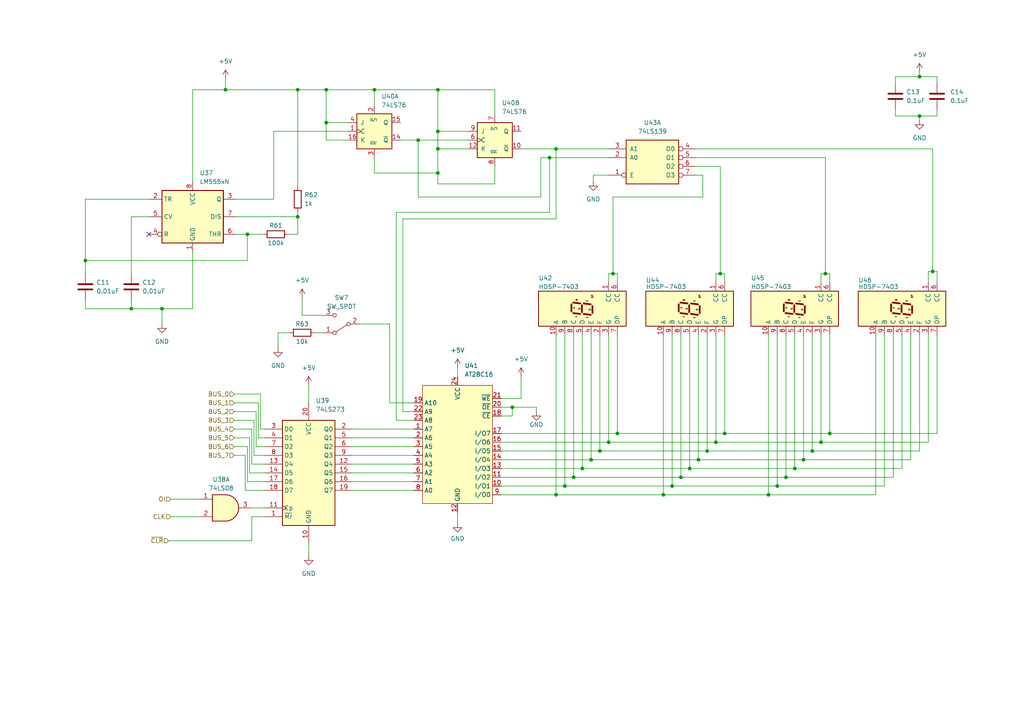
<source format=kicad_sch>
(kicad_sch (version 20230121) (generator eeschema)
  (paper "A4")
  (lib_symbols
    (symbol "74xx:74LS08" (pin_names (offset 1.016))
      (property "Reference" "U" (at 0 1.27 0))
      (property "Value" "74LS08" (at 0 -1.27 0))
      (symbol "74LS08_1_1"
        (arc (start 0 -3.81) (mid 3.7934 0) (end 0 3.81) (stroke (width 0.254)) (fill (type background)))
        (polyline (pts (xy 0 3.81) (xy -3.81 3.81) (xy -3.81 -3.81) (xy 0 -3.81)) (stroke (width 0.254)) (fill (type background)))
        (pin input line (at -7.62 2.54 0) (length 3.81) (name "~") (number "1"))
        (pin input line (at -7.62 -2.54 0) (length 3.81) (name "~") (number "2"))
        (pin output line (at 7.62 0 180) (length 3.81) (name "~") (number "3"))
      )
      (symbol "74LS08_1_2"
        (arc (start -3.81 -3.81) (mid -2.589 0) (end -3.81 3.81) (stroke (width 0.254)))
        (arc (start -0.6096 -3.81) (mid 2.1842 -2.5851) (end 3.81 0) (stroke (width 0.254)) (fill (type background)))
        (polyline (pts (xy -3.81 -3.81) (xy -0.635 -3.81)) (stroke (width 0.254)) (fill (type background)))
        (polyline (pts (xy -3.81 3.81) (xy -0.635 3.81)) (stroke (width 0.254)) (fill (type background)))
        (polyline (pts (xy -0.635 3.81) (xy -3.81 3.81) (xy -3.81 3.81) (xy -3.556 3.4036) (xy -3.0226 2.2606) (xy -2.6924 1.0414) (xy -2.6162 -0.254) (xy -2.7686 -1.4986) (xy -3.175 -2.7178) (xy -3.81 -3.81) (xy -3.81 -3.81) (xy -0.635 -3.81)) (stroke (width -25.4)) (fill (type background)))
        (arc (start 3.81 0) (mid 2.1915 2.5936) (end -0.6096 3.81) (stroke (width 0.254)) (fill (type background)))
        (pin input inverted (at -7.62 2.54 0) (length 4.318) (name "~") (number "1"))
        (pin input inverted (at -7.62 -2.54 0) (length 4.318) (name "~") (number "2"))
        (pin output inverted (at 7.62 0 180) (length 3.81) (name "~") (number "3"))
      )
      (symbol "74LS08_2_1"
        (arc (start 0 -3.81) (mid 3.7934 0) (end 0 3.81) (stroke (width 0.254)) (fill (type background)))
        (polyline (pts (xy 0 3.81) (xy -3.81 3.81) (xy -3.81 -3.81) (xy 0 -3.81)) (stroke (width 0.254)) (fill (type background)))
        (pin input line (at -7.62 2.54 0) (length 3.81) (name "~") (number "4"))
        (pin input line (at -7.62 -2.54 0) (length 3.81) (name "~") (number "5"))
        (pin output line (at 7.62 0 180) (length 3.81) (name "~") (number "6"))
      )
      (symbol "74LS08_2_2"
        (arc (start -3.81 -3.81) (mid -2.589 0) (end -3.81 3.81) (stroke (width 0.254)))
        (arc (start -0.6096 -3.81) (mid 2.1842 -2.5851) (end 3.81 0) (stroke (width 0.254)) (fill (type background)))
        (polyline (pts (xy -3.81 -3.81) (xy -0.635 -3.81)) (stroke (width 0.254)) (fill (type background)))
        (polyline (pts (xy -3.81 3.81) (xy -0.635 3.81)) (stroke (width 0.254)) (fill (type background)))
        (polyline (pts (xy -0.635 3.81) (xy -3.81 3.81) (xy -3.81 3.81) (xy -3.556 3.4036) (xy -3.0226 2.2606) (xy -2.6924 1.0414) (xy -2.6162 -0.254) (xy -2.7686 -1.4986) (xy -3.175 -2.7178) (xy -3.81 -3.81) (xy -3.81 -3.81) (xy -0.635 -3.81)) (stroke (width -25.4)) (fill (type background)))
        (arc (start 3.81 0) (mid 2.1915 2.5936) (end -0.6096 3.81) (stroke (width 0.254)) (fill (type background)))
        (pin input inverted (at -7.62 2.54 0) (length 4.318) (name "~") (number "4"))
        (pin input inverted (at -7.62 -2.54 0) (length 4.318) (name "~") (number "5"))
        (pin output inverted (at 7.62 0 180) (length 3.81) (name "~") (number "6"))
      )
      (symbol "74LS08_3_1"
        (arc (start 0 -3.81) (mid 3.7934 0) (end 0 3.81) (stroke (width 0.254)) (fill (type background)))
        (polyline (pts (xy 0 3.81) (xy -3.81 3.81) (xy -3.81 -3.81) (xy 0 -3.81)) (stroke (width 0.254)) (fill (type background)))
        (pin input line (at -7.62 -2.54 0) (length 3.81) (name "~") (number "10"))
        (pin output line (at 7.62 0 180) (length 3.81) (name "~") (number "8"))
        (pin input line (at -7.62 2.54 0) (length 3.81) (name "~") (number "9"))
      )
      (symbol "74LS08_3_2"
        (arc (start -3.81 -3.81) (mid -2.589 0) (end -3.81 3.81) (stroke (width 0.254)))
        (arc (start -0.6096 -3.81) (mid 2.1842 -2.5851) (end 3.81 0) (stroke (width 0.254)) (fill (type background)))
        (polyline (pts (xy -3.81 -3.81) (xy -0.635 -3.81)) (stroke (width 0.254)) (fill (type background)))
        (polyline (pts (xy -3.81 3.81) (xy -0.635 3.81)) (stroke (width 0.254)) (fill (type background)))
        (polyline (pts (xy -0.635 3.81) (xy -3.81 3.81) (xy -3.81 3.81) (xy -3.556 3.4036) (xy -3.0226 2.2606) (xy -2.6924 1.0414) (xy -2.6162 -0.254) (xy -2.7686 -1.4986) (xy -3.175 -2.7178) (xy -3.81 -3.81) (xy -3.81 -3.81) (xy -0.635 -3.81)) (stroke (width -25.4)) (fill (type background)))
        (arc (start 3.81 0) (mid 2.1915 2.5936) (end -0.6096 3.81) (stroke (width 0.254)) (fill (type background)))
        (pin input inverted (at -7.62 -2.54 0) (length 4.318) (name "~") (number "10"))
        (pin output inverted (at 7.62 0 180) (length 3.81) (name "~") (number "8"))
        (pin input inverted (at -7.62 2.54 0) (length 4.318) (name "~") (number "9"))
      )
      (symbol "74LS08_4_1"
        (arc (start 0 -3.81) (mid 3.7934 0) (end 0 3.81) (stroke (width 0.254)) (fill (type background)))
        (polyline (pts (xy 0 3.81) (xy -3.81 3.81) (xy -3.81 -3.81) (xy 0 -3.81)) (stroke (width 0.254)) (fill (type background)))
        (pin output line (at 7.62 0 180) (length 3.81) (name "~") (number "11"))
        (pin input line (at -7.62 2.54 0) (length 3.81) (name "~") (number "12"))
        (pin input line (at -7.62 -2.54 0) (length 3.81) (name "~") (number "13"))
      )
      (symbol "74LS08_4_2"
        (arc (start -3.81 -3.81) (mid -2.589 0) (end -3.81 3.81) (stroke (width 0.254)))
        (arc (start -0.6096 -3.81) (mid 2.1842 -2.5851) (end 3.81 0) (stroke (width 0.254)) (fill (type background)))
        (polyline (pts (xy -3.81 -3.81) (xy -0.635 -3.81)) (stroke (width 0.254)) (fill (type background)))
        (polyline (pts (xy -3.81 3.81) (xy -0.635 3.81)) (stroke (width 0.254)) (fill (type background)))
        (polyline (pts (xy -0.635 3.81) (xy -3.81 3.81) (xy -3.81 3.81) (xy -3.556 3.4036) (xy -3.0226 2.2606) (xy -2.6924 1.0414) (xy -2.6162 -0.254) (xy -2.7686 -1.4986) (xy -3.175 -2.7178) (xy -3.81 -3.81) (xy -3.81 -3.81) (xy -0.635 -3.81)) (stroke (width -25.4)) (fill (type background)))
        (arc (start 3.81 0) (mid 2.1915 2.5936) (end -0.6096 3.81) (stroke (width 0.254)) (fill (type background)))
        (pin output inverted (at 7.62 0 180) (length 3.81) (name "~") (number "11"))
        (pin input inverted (at -7.62 2.54 0) (length 4.318) (name "~") (number "12"))
        (pin input inverted (at -7.62 -2.54 0) (length 4.318) (name "~") (number "13"))
      )
      (symbol "74LS08_5_0"
        (pin power_in line (at 0 12.7 270) (length 5.08) (name "VCC") (number "14"))
        (pin power_in line (at 0 -12.7 90) (length 5.08) (name "GND") (number "7"))
      )
      (symbol "74LS08_5_1"
        (rectangle (start -5.08 7.62) (end 5.08 -7.62) (stroke (width 0.254)) (fill (type background)))
      )
    )
    (symbol "74xx:74LS139" (pin_names (offset 1.016))
      (property "Reference" "U" (at -7.62 8.89 0))
      (property "Value" "74LS139" (at -7.62 -8.89 0))
      (symbol "74LS139_1_0"
        (pin input inverted (at -12.7 -5.08 0) (length 5.08) (name "E") (number "1"))
        (pin input line (at -12.7 0 0) (length 5.08) (name "A0") (number "2"))
        (pin input line (at -12.7 2.54 0) (length 5.08) (name "A1") (number "3"))
        (pin output inverted (at 12.7 2.54 180) (length 5.08) (name "O0") (number "4"))
        (pin output inverted (at 12.7 0 180) (length 5.08) (name "O1") (number "5"))
        (pin output inverted (at 12.7 -2.54 180) (length 5.08) (name "O2") (number "6"))
        (pin output inverted (at 12.7 -5.08 180) (length 5.08) (name "O3") (number "7"))
      )
      (symbol "74LS139_1_1"
        (rectangle (start -7.62 5.08) (end 7.62 -7.62) (stroke (width 0.254)) (fill (type background)))
      )
      (symbol "74LS139_2_0"
        (pin output inverted (at 12.7 -2.54 180) (length 5.08) (name "O2") (number "10"))
        (pin output inverted (at 12.7 0 180) (length 5.08) (name "O1") (number "11"))
        (pin output inverted (at 12.7 2.54 180) (length 5.08) (name "O0") (number "12"))
        (pin input line (at -12.7 2.54 0) (length 5.08) (name "A1") (number "13"))
        (pin input line (at -12.7 0 0) (length 5.08) (name "A0") (number "14"))
        (pin input inverted (at -12.7 -5.08 0) (length 5.08) (name "E") (number "15"))
        (pin output inverted (at 12.7 -5.08 180) (length 5.08) (name "O3") (number "9"))
      )
      (symbol "74LS139_2_1"
        (rectangle (start -7.62 5.08) (end 7.62 -7.62) (stroke (width 0.254)) (fill (type background)))
      )
      (symbol "74LS139_3_0"
        (pin power_in line (at 0 12.7 270) (length 5.08) (name "VCC") (number "16"))
        (pin power_in line (at 0 -12.7 90) (length 5.08) (name "GND") (number "8"))
      )
      (symbol "74LS139_3_1"
        (rectangle (start -5.08 7.62) (end 5.08 -7.62) (stroke (width 0.254)) (fill (type background)))
      )
    )
    (symbol "74xx:74LS273"
      (property "Reference" "U" (at -7.62 16.51 0))
      (property "Value" "74LS273" (at -7.62 -16.51 0))
      (symbol "74LS273_1_0"
        (pin input line (at -12.7 -12.7 0) (length 5.08) (name "~{Mr}") (number "1"))
        (pin power_in line (at 0 -20.32 90) (length 5.08) (name "GND") (number "10"))
        (pin input clock (at -12.7 -10.16 0) (length 5.08) (name "Cp") (number "11"))
        (pin output line (at 12.7 2.54 180) (length 5.08) (name "Q4") (number "12"))
        (pin input line (at -12.7 2.54 0) (length 5.08) (name "D4") (number "13"))
        (pin input line (at -12.7 0 0) (length 5.08) (name "D5") (number "14"))
        (pin output line (at 12.7 0 180) (length 5.08) (name "Q5") (number "15"))
        (pin output line (at 12.7 -2.54 180) (length 5.08) (name "Q6") (number "16"))
        (pin input line (at -12.7 -2.54 0) (length 5.08) (name "D6") (number "17"))
        (pin input line (at -12.7 -5.08 0) (length 5.08) (name "D7") (number "18"))
        (pin output line (at 12.7 -5.08 180) (length 5.08) (name "Q7") (number "19"))
        (pin output line (at 12.7 12.7 180) (length 5.08) (name "Q0") (number "2"))
        (pin power_in line (at 0 20.32 270) (length 5.08) (name "VCC") (number "20"))
        (pin input line (at -12.7 12.7 0) (length 5.08) (name "D0") (number "3"))
        (pin input line (at -12.7 10.16 0) (length 5.08) (name "D1") (number "4"))
        (pin output line (at 12.7 10.16 180) (length 5.08) (name "Q1") (number "5"))
        (pin output line (at 12.7 7.62 180) (length 5.08) (name "Q2") (number "6"))
        (pin input line (at -12.7 7.62 0) (length 5.08) (name "D2") (number "7"))
        (pin input line (at -12.7 5.08 0) (length 5.08) (name "D3") (number "8"))
        (pin output line (at 12.7 5.08 180) (length 5.08) (name "Q3") (number "9"))
      )
      (symbol "74LS273_1_1"
        (rectangle (start -7.62 15.24) (end 7.62 -15.24) (stroke (width 0.254)) (fill (type background)))
      )
    )
    (symbol "74xx:74LS76" (pin_names (offset 1.016))
      (property "Reference" "U" (at -7.62 8.89 0))
      (property "Value" "74LS76" (at -7.62 -8.89 0))
      (symbol "74LS76_1_0"
        (pin input clock (at -7.62 0 0) (length 2.54) (name "C") (number "1"))
        (pin output line (at 7.62 -2.54 180) (length 2.54) (name "~{Q}") (number "14"))
        (pin output line (at 7.62 2.54 180) (length 2.54) (name "Q") (number "15"))
        (pin input line (at -7.62 -2.54 0) (length 2.54) (name "K") (number "16"))
        (pin input line (at 0 7.62 270) (length 2.54) (name "~{S}") (number "2"))
        (pin input line (at 0 -7.62 90) (length 2.54) (name "~{R}") (number "3"))
        (pin input line (at -7.62 2.54 0) (length 2.54) (name "J") (number "4"))
      )
      (symbol "74LS76_1_1"
        (rectangle (start -5.08 5.08) (end 5.08 -5.08) (stroke (width 0.254)) (fill (type background)))
      )
      (symbol "74LS76_2_0"
        (pin output line (at 7.62 -2.54 180) (length 2.54) (name "~{Q}") (number "10"))
        (pin output line (at 7.62 2.54 180) (length 2.54) (name "Q") (number "11"))
        (pin input line (at -7.62 -2.54 0) (length 2.54) (name "K") (number "12"))
        (pin input clock (at -7.62 0 0) (length 2.54) (name "C") (number "6"))
        (pin input line (at 0 7.62 270) (length 2.54) (name "~{S}") (number "7"))
        (pin input line (at 0 -7.62 90) (length 2.54) (name "~{R}") (number "8"))
        (pin input line (at -7.62 2.54 0) (length 2.54) (name "J") (number "9"))
      )
      (symbol "74LS76_2_1"
        (rectangle (start -5.08 5.08) (end 5.08 -5.08) (stroke (width 0.254)) (fill (type background)))
      )
      (symbol "74LS76_3_0"
        (pin power_in line (at 0 -10.16 90) (length 2.54) (name "GND") (number "13"))
        (pin power_in line (at 0 10.16 270) (length 2.54) (name "VCC") (number "5"))
      )
      (symbol "74LS76_3_1"
        (rectangle (start -5.08 7.62) (end 5.08 -7.62) (stroke (width 0.254)) (fill (type background)))
      )
    )
    (symbol "Device:C" (pin_numbers hide) (pin_names (offset 0.254))
      (property "Reference" "C" (at 0.635 2.54 0))
      (property "Value" "C" (at 0.635 -2.54 0))
      (symbol "C_0_1"
        (polyline (pts (xy -2.032 -0.762) (xy 2.032 -0.762)) (stroke (width 0.508)))
        (polyline (pts (xy -2.032 0.762) (xy 2.032 0.762)) (stroke (width 0.508)))
      )
      (symbol "C_1_1"
        (pin passive line (at 0 3.81 270) (length 2.794) (name "~") (number "1"))
        (pin passive line (at 0 -3.81 90) (length 2.794) (name "~") (number "2"))
      )
    )
    (symbol "Device:R" (pin_numbers hide) (pin_names (offset 0))
      (property "Reference" "R" (at 2.032 0 90))
      (property "Value" "R" (at 0 0 90))
      (symbol "R_0_1"
        (rectangle (start -1.016 -2.54) (end 1.016 2.54) (stroke (width 0.254)))
      )
      (symbol "R_1_1"
        (pin passive line (at 0 3.81 270) (length 1.27) (name "~") (number "1"))
        (pin passive line (at 0 -3.81 90) (length 1.27) (name "~") (number "2"))
      )
    )
    (symbol "Display_Character:HDSP-7403"
      (property "Reference" "U" (at -3.81 13.97 0))
      (property "Value" "HDSP-7403" (at 6.35 13.97 0))
      (symbol "HDSP-7403_1_0"
        (text "A" (at 0.254 2.413 0) (effects (font (size 0.508 0.508))))
        (text "B" (at 2.54 1.651 0) (effects (font (size 0.508 0.508))))
        (text "C" (at 2.286 -1.397 0) (effects (font (size 0.508 0.508))))
        (text "D" (at -0.254 -2.159 0) (effects (font (size 0.508 0.508))))
        (text "DP" (at 3.556 -2.921 0) (effects (font (size 0.508 0.508))))
        (text "E" (at -2.54 -1.397 0) (effects (font (size 0.508 0.508))))
        (text "F" (at -2.286 1.651 0) (effects (font (size 0.508 0.508))))
        (text "G" (at 0 0.889 0) (effects (font (size 0.508 0.508))))
      )
      (symbol "HDSP-7403_1_1"
        (rectangle (start -5.08 12.7) (end 5.08 -12.7) (stroke (width 0.254)) (fill (type background)))
        (polyline (pts (xy -1.524 -0.381) (xy -1.778 -2.413)) (stroke (width 0.508)))
        (polyline (pts (xy -1.27 -2.921) (xy 0.762 -2.921)) (stroke (width 0.508)))
        (polyline (pts (xy -1.27 2.667) (xy -1.524 0.635)) (stroke (width 0.508)))
        (polyline (pts (xy -1.016 0.127) (xy 1.016 0.127)) (stroke (width 0.508)))
        (polyline (pts (xy -0.762 3.175) (xy 1.27 3.175)) (stroke (width 0.508)))
        (polyline (pts (xy 1.524 -0.381) (xy 1.27 -2.413)) (stroke (width 0.508)))
        (polyline (pts (xy 1.778 2.667) (xy 1.524 0.635)) (stroke (width 0.508)))
        (polyline (pts (xy 2.54 -2.921) (xy 2.54 -2.921)) (stroke (width 0.508)))
        (pin input line (at 7.62 -7.62 180) (length 2.54) (name "CC") (number "1"))
        (pin input line (at -7.62 7.62 0) (length 2.54) (name "A") (number "10"))
        (pin input line (at -7.62 -5.08 0) (length 2.54) (name "F") (number "2"))
        (pin input line (at -7.62 -7.62 0) (length 2.54) (name "G") (number "3"))
        (pin input line (at -7.62 -2.54 0) (length 2.54) (name "E") (number "4"))
        (pin input line (at -7.62 0 0) (length 2.54) (name "D") (number "5"))
        (pin input line (at 7.62 -10.16 180) (length 2.54) (name "CC") (number "6"))
        (pin input line (at -7.62 -10.16 0) (length 2.54) (name "DP") (number "7"))
        (pin input line (at -7.62 2.54 0) (length 2.54) (name "C") (number "8"))
        (pin input line (at -7.62 5.08 0) (length 2.54) (name "B") (number "9"))
      )
    )
    (symbol "Memory_EEPROM:AT28C16"
      (property "Reference" "U" (at 7.62 17.78 0))
      (property "Value" "AT28C16" (at 6.35 -19.05 0))
      (symbol "AT28C16_0_1"
        (rectangle (start -10.16 16.51) (end 10.16 -17.78) (fill (type background)))
      )
      (symbol "AT28C16_1_1"
        (pin input line (at -12.7 3.81 0) (length 2.54) (name "A7") (number "1"))
        (pin bidirectional line (at 12.7 -12.7 180) (length 2.54) (name "I/O1") (number "10"))
        (pin bidirectional line (at 12.7 -10.16 180) (length 2.54) (name "I/O2") (number "11"))
        (pin power_in line (at 0 -20.32 90) (length 2.54) (name "GND") (number "12"))
        (pin bidirectional line (at 12.7 -7.62 180) (length 2.54) (name "I/O3") (number "13"))
        (pin bidirectional line (at 12.7 -5.08 180) (length 2.54) (name "I/O4") (number "14"))
        (pin bidirectional line (at 12.7 -2.54 180) (length 2.54) (name "I/O5") (number "15"))
        (pin bidirectional line (at 12.7 0 180) (length 2.54) (name "I/O6") (number "16"))
        (pin bidirectional line (at 12.7 2.54 180) (length 2.54) (name "I/O7") (number "17"))
        (pin input line (at 12.7 7.62 180) (length 2.54) (name "~{CE}") (number "18"))
        (pin input line (at -12.7 11.43 0) (length 2.54) (name "A10") (number "19"))
        (pin input line (at -12.7 1.27 0) (length 2.54) (name "A6") (number "2"))
        (pin input line (at 12.7 10.16 180) (length 2.54) (name "~{OE}") (number "20"))
        (pin input line (at 12.7 12.7 180) (length 2.54) (name "~{WE}") (number "21"))
        (pin input line (at -12.7 8.89 0) (length 2.54) (name "A9") (number "22"))
        (pin input line (at -12.7 6.35 0) (length 2.54) (name "A8") (number "23"))
        (pin power_in line (at 0 19.05 270) (length 2.54) (name "VCC") (number "24"))
        (pin input line (at -12.7 -1.27 0) (length 2.54) (name "A5") (number "3"))
        (pin input line (at -12.7 -3.81 0) (length 2.54) (name "A4") (number "4"))
        (pin input line (at -12.7 -6.35 0) (length 2.54) (name "A3") (number "5"))
        (pin input line (at -12.7 -8.89 0) (length 2.54) (name "A2") (number "6"))
        (pin input line (at -12.7 -11.43 0) (length 2.54) (name "A1") (number "7"))
        (pin input line (at -12.7 -13.97 0) (length 2.54) (name "A0") (number "8"))
        (pin bidirectional line (at 12.7 -15.24 180) (length 2.54) (name "I/O0") (number "9"))
      )
    )
    (symbol "Switch:SW_SPDT" (pin_names (offset 0) hide)
      (property "Reference" "SW" (at 0 4.318 0))
      (property "Value" "SW_SPDT" (at 0 -5.08 0))
      (symbol "SW_SPDT_0_0"
        (circle (center -2.032 0) (radius 0.508))
        (circle (center 2.032 -2.54) (radius 0.508))
      )
      (symbol "SW_SPDT_0_1"
        (polyline (pts (xy -1.524 0.254) (xy 1.651 2.286)))
        (circle (center 2.032 2.54) (radius 0.508))
      )
      (symbol "SW_SPDT_1_1"
        (pin passive line (at 5.08 2.54 180) (length 2.54) (name "A") (number "1"))
        (pin passive line (at -5.08 0 0) (length 2.54) (name "B") (number "2"))
        (pin passive line (at 5.08 -2.54 180) (length 2.54) (name "C") (number "3"))
      )
    )
    (symbol "Timer:LM555xN"
      (property "Reference" "U" (at -10.16 8.89 0))
      (property "Value" "LM555xN" (at 2.54 8.89 0))
      (symbol "LM555xN_0_0"
        (pin power_in line (at 0 -10.16 90) (length 2.54) (name "GND") (number "1"))
        (pin power_in line (at 0 10.16 270) (length 2.54) (name "VCC") (number "8"))
      )
      (symbol "LM555xN_0_1"
        (rectangle (start -8.89 -7.62) (end 8.89 7.62) (stroke (width 0.254)) (fill (type background)))
        (rectangle (start -8.89 -7.62) (end 8.89 7.62) (stroke (width 0.254)) (fill (type background)))
      )
      (symbol "LM555xN_1_1"
        (pin input line (at -12.7 5.08 0) (length 3.81) (name "TR") (number "2"))
        (pin output line (at 12.7 5.08 180) (length 3.81) (name "Q") (number "3"))
        (pin input inverted (at -12.7 -5.08 0) (length 3.81) (name "R") (number "4"))
        (pin input line (at -12.7 0 0) (length 3.81) (name "CV") (number "5"))
        (pin input line (at 12.7 -5.08 180) (length 3.81) (name "THR") (number "6"))
        (pin input line (at 12.7 0 180) (length 3.81) (name "DIS") (number "7"))
      )
    )
    (symbol "power:+5V" (power) (pin_names (offset 0))
      (property "Value" "+5V" (at 0 3.556 0))
      (symbol "+5V_0_1"
        (polyline (pts (xy -0.762 1.27) (xy 0 2.54)))
        (polyline (pts (xy 0 0) (xy 0 2.54)))
        (polyline (pts (xy 0 2.54) (xy 0.762 1.27)))
      )
      (symbol "+5V_1_1"
        (pin power_in line (at 0 0 90) (length 0) hide (name "+5V") (number "1"))
      )
    )
    (symbol "power:GND" (power) (pin_names (offset 0))
      (property "Value" "GND" (at 0 -3.81 0))
      (symbol "GND_0_1"
        (polyline (pts (xy 0 0) (xy 0 -1.27) (xy 1.27 -1.27) (xy 0 -2.54) (xy -1.27 -1.27) (xy 0 -1.27)))
      )
      (symbol "GND_1_1"
        (pin power_in line (at 0 0 270) (length 0) hide (name "GND") (number "1"))
      )
    )
  )
  (junction (at 65.405 26.035))
  (junction (at 240.665 125.73))
  (junction (at 127 26.035))
  (junction (at 177.8 79.375))
  (junction (at 71.755 67.945))
  (junction (at 208.915 79.375))
  (junction (at 127 50.165))
  (junction (at 159.385 45.72))
  (junction (at 194.945 140.97))
  (junction (at 225.425 140.97))
  (junction (at 108.585 26.035))
  (junction (at 266.7 33.655))
  (junction (at 24.765 75.565))
  (junction (at 235.585 130.81))
  (junction (at 171.45 133.35))
  (junction (at 192.405 143.51))
  (junction (at 238.125 128.27))
  (junction (at 202.565 133.35))
  (junction (at 179.07 125.73))
  (junction (at 94.615 26.035))
  (junction (at 161.29 143.51))
  (junction (at 207.645 128.27))
  (junction (at 270.51 78.74))
  (junction (at 46.99 89.535))
  (junction (at 163.83 140.97))
  (junction (at 222.885 143.51))
  (junction (at 94.615 35.56))
  (junction (at 173.99 130.81))
  (junction (at 148.59 118.11))
  (junction (at 168.91 135.89))
  (junction (at 161.29 43.18))
  (junction (at 86.36 62.865))
  (junction (at 86.36 26.035))
  (junction (at 210.185 125.73))
  (junction (at 200.025 135.89))
  (junction (at 176.53 128.27))
  (junction (at 127 38.1))
  (junction (at 266.7 22.225))
  (junction (at 38.1 89.535))
  (junction (at 230.505 135.89))
  (junction (at 166.37 138.43))
  (junction (at 239.395 79.375))
  (junction (at 233.045 133.35))
  (junction (at 121.285 40.64))
  (junction (at 197.485 138.43))
  (junction (at 205.105 130.81))
  (junction (at 127 43.18))
  (junction (at 227.965 138.43))
  (no_connect (at 43.18 67.945))
  (wire (pts (xy 194.945 140.97) (xy 225.425 140.97)))
  (wire (pts (xy 179.07 97.155) (xy 179.07 125.73)))
  (wire (pts (xy 176.53 79.375) (xy 177.8 79.375)))
  (wire (pts (xy 145.415 143.51) (xy 161.29 143.51)))
  (wire (pts (xy 71.12 132.08) (xy 71.12 142.24)))
  (wire (pts (xy 121.285 40.64) (xy 135.89 40.64)))
  (wire (pts (xy 210.185 79.375) (xy 210.185 81.915)))
  (wire (pts (xy 201.93 50.8) (xy 203.835 50.8)))
  (wire (pts (xy 67.945 114.3) (xy 75.565 114.3)))
  (wire (pts (xy 86.36 61.595) (xy 86.36 62.865)))
  (wire (pts (xy 67.945 119.38) (xy 74.295 119.38)))
  (wire (pts (xy 38.1 89.535) (xy 46.99 89.535)))
  (wire (pts (xy 227.965 97.155) (xy 227.965 138.43)))
  (wire (pts (xy 163.83 97.155) (xy 163.83 140.97)))
  (wire (pts (xy 271.78 33.655) (xy 266.7 33.655)))
  (wire (pts (xy 159.385 45.72) (xy 156.845 45.72)))
  (wire (pts (xy 67.945 127) (xy 72.39 127)))
  (wire (pts (xy 161.29 97.155) (xy 161.29 143.51)))
  (wire (pts (xy 113.03 93.98) (xy 113.03 116.84)))
  (wire (pts (xy 271.78 22.225) (xy 266.7 22.225)))
  (wire (pts (xy 201.93 48.26) (xy 208.915 48.26)))
  (wire (pts (xy 127 26.035) (xy 108.585 26.035)))
  (wire (pts (xy 67.945 121.92) (xy 73.66 121.92)))
  (wire (pts (xy 116.84 63.5) (xy 161.29 63.5)))
  (wire (pts (xy 114.935 121.92) (xy 114.935 61.595)))
  (wire (pts (xy 171.45 97.155) (xy 171.45 133.35)))
  (wire (pts (xy 102.235 127) (xy 120.015 127)))
  (wire (pts (xy 254 143.51) (xy 254 97.155)))
  (wire (pts (xy 74.295 129.54) (xy 76.835 129.54)))
  (wire (pts (xy 65.405 26.035) (xy 86.36 26.035)))
  (wire (pts (xy 75.565 124.46) (xy 76.835 124.46)))
  (wire (pts (xy 269.24 78.74) (xy 270.51 78.74)))
  (wire (pts (xy 127 38.1) (xy 135.89 38.1)))
  (wire (pts (xy 73.66 121.92) (xy 73.66 132.08)))
  (wire (pts (xy 73.025 124.46) (xy 73.025 134.62)))
  (wire (pts (xy 74.295 119.38) (xy 74.295 129.54)))
  (wire (pts (xy 72.39 137.16) (xy 76.835 137.16)))
  (wire (pts (xy 108.585 45.72) (xy 108.585 50.165)))
  (wire (pts (xy 87.63 86.36) (xy 87.63 91.44)))
  (wire (pts (xy 71.755 75.565) (xy 24.765 75.565)))
  (wire (pts (xy 168.91 135.89) (xy 200.025 135.89)))
  (wire (pts (xy 132.715 106.68) (xy 132.715 109.22)))
  (wire (pts (xy 71.755 129.54) (xy 71.755 139.7)))
  (wire (pts (xy 259.08 138.43) (xy 259.08 97.155)))
  (wire (pts (xy 201.93 45.72) (xy 239.395 45.72)))
  (wire (pts (xy 238.125 128.27) (xy 269.24 128.27)))
  (wire (pts (xy 205.105 130.81) (xy 235.585 130.81)))
  (wire (pts (xy 179.07 125.73) (xy 210.185 125.73)))
  (wire (pts (xy 145.415 140.97) (xy 163.83 140.97)))
  (wire (pts (xy 143.51 48.26) (xy 143.51 53.34)))
  (wire (pts (xy 225.425 97.155) (xy 225.425 140.97)))
  (wire (pts (xy 79.375 38.1) (xy 100.965 38.1)))
  (wire (pts (xy 156.845 45.72) (xy 156.845 57.15)))
  (wire (pts (xy 108.585 30.48) (xy 108.585 26.035)))
  (wire (pts (xy 207.645 128.27) (xy 238.125 128.27)))
  (wire (pts (xy 161.29 143.51) (xy 192.405 143.51)))
  (wire (pts (xy 271.78 31.75) (xy 271.78 33.655)))
  (wire (pts (xy 230.505 135.89) (xy 261.62 135.89)))
  (wire (pts (xy 259.715 33.655) (xy 266.7 33.655)))
  (wire (pts (xy 230.505 97.155) (xy 230.505 135.89)))
  (wire (pts (xy 121.285 57.15) (xy 121.285 40.64)))
  (wire (pts (xy 108.585 50.165) (xy 127 50.165)))
  (wire (pts (xy 24.765 86.995) (xy 24.765 89.535)))
  (wire (pts (xy 73.025 134.62) (xy 76.835 134.62)))
  (wire (pts (xy 203.835 57.15) (xy 177.8 57.15)))
  (wire (pts (xy 200.025 97.155) (xy 200.025 135.89)))
  (wire (pts (xy 238.125 79.375) (xy 239.395 79.375)))
  (wire (pts (xy 225.425 140.97) (xy 256.54 140.97)))
  (wire (pts (xy 24.765 75.565) (xy 24.765 79.375)))
  (wire (pts (xy 271.78 24.13) (xy 271.78 22.225)))
  (wire (pts (xy 102.235 132.08) (xy 120.015 132.08)))
  (wire (pts (xy 161.29 43.18) (xy 176.53 43.18)))
  (wire (pts (xy 143.51 26.035) (xy 127 26.035)))
  (wire (pts (xy 114.935 61.595) (xy 159.385 61.595)))
  (wire (pts (xy 239.395 45.72) (xy 239.395 79.375)))
  (wire (pts (xy 86.36 67.945) (xy 86.36 62.865)))
  (wire (pts (xy 203.835 50.8) (xy 203.835 57.15)))
  (wire (pts (xy 222.885 143.51) (xy 254 143.51)))
  (wire (pts (xy 192.405 143.51) (xy 222.885 143.51)))
  (wire (pts (xy 166.37 97.155) (xy 166.37 138.43)))
  (wire (pts (xy 89.535 157.48) (xy 89.535 161.29)))
  (wire (pts (xy 266.7 22.225) (xy 266.7 20.955)))
  (wire (pts (xy 68.58 62.865) (xy 86.36 62.865)))
  (wire (pts (xy 94.615 35.56) (xy 94.615 40.64)))
  (wire (pts (xy 197.485 138.43) (xy 227.965 138.43)))
  (wire (pts (xy 202.565 97.155) (xy 202.565 133.35)))
  (wire (pts (xy 113.03 116.84) (xy 120.015 116.84)))
  (wire (pts (xy 205.105 97.155) (xy 205.105 130.81)))
  (wire (pts (xy 239.395 79.375) (xy 240.665 79.375)))
  (wire (pts (xy 200.025 135.89) (xy 230.505 135.89)))
  (wire (pts (xy 46.99 89.535) (xy 55.88 89.535)))
  (wire (pts (xy 176.53 45.72) (xy 159.385 45.72)))
  (wire (pts (xy 116.205 40.64) (xy 121.285 40.64)))
  (wire (pts (xy 127 38.1) (xy 127 26.035)))
  (wire (pts (xy 179.07 79.375) (xy 179.07 81.915)))
  (wire (pts (xy 120.015 121.92) (xy 114.935 121.92)))
  (wire (pts (xy 207.645 79.375) (xy 208.915 79.375)))
  (wire (pts (xy 177.8 57.15) (xy 177.8 79.375)))
  (wire (pts (xy 104.14 93.98) (xy 113.03 93.98)))
  (wire (pts (xy 208.915 48.26) (xy 208.915 79.375)))
  (wire (pts (xy 43.18 57.785) (xy 24.765 57.785)))
  (wire (pts (xy 151.13 43.18) (xy 161.29 43.18)))
  (wire (pts (xy 102.235 129.54) (xy 120.015 129.54)))
  (wire (pts (xy 55.88 73.025) (xy 55.88 89.535)))
  (wire (pts (xy 266.7 130.81) (xy 266.7 97.155)))
  (wire (pts (xy 159.385 61.595) (xy 159.385 45.72)))
  (wire (pts (xy 176.53 97.155) (xy 176.53 128.27)))
  (wire (pts (xy 177.8 79.375) (xy 179.07 79.375)))
  (wire (pts (xy 89.535 111.76) (xy 89.535 116.84)))
  (wire (pts (xy 48.895 156.845) (xy 73.025 156.845)))
  (wire (pts (xy 145.415 120.65) (xy 148.59 120.65)))
  (wire (pts (xy 166.37 138.43) (xy 197.485 138.43)))
  (wire (pts (xy 145.415 125.73) (xy 179.07 125.73)))
  (wire (pts (xy 148.59 120.65) (xy 148.59 118.11)))
  (wire (pts (xy 43.18 62.865) (xy 38.1 62.865)))
  (wire (pts (xy 171.45 133.35) (xy 202.565 133.35)))
  (wire (pts (xy 240.665 97.155) (xy 240.665 125.73)))
  (wire (pts (xy 271.78 78.74) (xy 271.78 81.915)))
  (wire (pts (xy 145.415 138.43) (xy 166.37 138.43)))
  (wire (pts (xy 269.24 128.27) (xy 269.24 97.155)))
  (wire (pts (xy 132.715 148.59) (xy 132.715 151.765)))
  (wire (pts (xy 79.375 57.785) (xy 79.375 38.1)))
  (wire (pts (xy 102.235 142.24) (xy 120.015 142.24)))
  (wire (pts (xy 75.565 114.3) (xy 75.565 124.46)))
  (wire (pts (xy 259.715 22.225) (xy 266.7 22.225)))
  (wire (pts (xy 108.585 26.035) (xy 94.615 26.035)))
  (wire (pts (xy 116.84 119.38) (xy 116.84 63.5)))
  (wire (pts (xy 261.62 135.89) (xy 261.62 97.155)))
  (wire (pts (xy 145.415 135.89) (xy 168.91 135.89)))
  (wire (pts (xy 38.1 62.865) (xy 38.1 79.375)))
  (wire (pts (xy 207.645 97.155) (xy 207.645 128.27)))
  (wire (pts (xy 71.755 139.7) (xy 76.835 139.7)))
  (wire (pts (xy 176.53 50.8) (xy 172.085 50.8)))
  (wire (pts (xy 65.405 22.86) (xy 65.405 26.035)))
  (wire (pts (xy 127 43.18) (xy 127 38.1)))
  (wire (pts (xy 227.965 138.43) (xy 259.08 138.43)))
  (wire (pts (xy 266.7 33.655) (xy 266.7 34.925)))
  (wire (pts (xy 68.58 57.785) (xy 79.375 57.785)))
  (wire (pts (xy 72.39 127) (xy 72.39 137.16)))
  (wire (pts (xy 24.765 89.535) (xy 38.1 89.535)))
  (wire (pts (xy 102.235 134.62) (xy 120.015 134.62)))
  (wire (pts (xy 256.54 140.97) (xy 256.54 97.155)))
  (wire (pts (xy 270.51 78.74) (xy 271.78 78.74)))
  (wire (pts (xy 127 53.34) (xy 127 50.165)))
  (wire (pts (xy 87.63 91.44) (xy 93.98 91.44)))
  (wire (pts (xy 49.53 149.86) (xy 57.785 149.86)))
  (wire (pts (xy 94.615 26.035) (xy 94.615 35.56)))
  (wire (pts (xy 210.185 97.155) (xy 210.185 125.73)))
  (wire (pts (xy 202.565 133.35) (xy 233.045 133.35)))
  (wire (pts (xy 168.91 97.155) (xy 168.91 135.89)))
  (wire (pts (xy 121.285 57.15) (xy 156.845 57.15)))
  (wire (pts (xy 269.24 81.915) (xy 269.24 78.74)))
  (wire (pts (xy 135.89 43.18) (xy 127 43.18)))
  (wire (pts (xy 86.36 26.035) (xy 86.36 53.975)))
  (wire (pts (xy 235.585 97.155) (xy 235.585 130.81)))
  (wire (pts (xy 145.415 133.35) (xy 171.45 133.35)))
  (wire (pts (xy 74.93 127) (xy 76.835 127)))
  (wire (pts (xy 55.88 26.035) (xy 65.405 26.035)))
  (wire (pts (xy 94.615 26.035) (xy 86.36 26.035)))
  (wire (pts (xy 238.125 81.915) (xy 238.125 79.375)))
  (wire (pts (xy 127 50.165) (xy 127 43.18)))
  (wire (pts (xy 71.755 67.945) (xy 76.2 67.945)))
  (wire (pts (xy 271.78 125.73) (xy 271.78 97.155)))
  (wire (pts (xy 148.59 118.11) (xy 145.415 118.11)))
  (wire (pts (xy 143.51 53.34) (xy 127 53.34)))
  (wire (pts (xy 100.965 35.56) (xy 94.615 35.56)))
  (wire (pts (xy 155.575 119.38) (xy 155.575 118.11)))
  (wire (pts (xy 73.025 149.86) (xy 76.835 149.86)))
  (wire (pts (xy 197.485 97.155) (xy 197.485 138.43)))
  (wire (pts (xy 259.715 24.13) (xy 259.715 22.225)))
  (wire (pts (xy 194.945 97.155) (xy 194.945 140.97)))
  (wire (pts (xy 210.185 125.73) (xy 240.665 125.73)))
  (wire (pts (xy 83.82 67.945) (xy 86.36 67.945)))
  (wire (pts (xy 91.44 96.52) (xy 93.98 96.52)))
  (wire (pts (xy 67.945 129.54) (xy 71.755 129.54)))
  (wire (pts (xy 83.82 96.52) (xy 80.645 96.52)))
  (wire (pts (xy 67.945 116.84) (xy 74.93 116.84)))
  (wire (pts (xy 68.58 67.945) (xy 71.755 67.945)))
  (wire (pts (xy 259.715 31.75) (xy 259.715 33.655)))
  (wire (pts (xy 176.53 81.915) (xy 176.53 79.375)))
  (wire (pts (xy 192.405 97.155) (xy 192.405 143.51)))
  (wire (pts (xy 240.665 125.73) (xy 271.78 125.73)))
  (wire (pts (xy 102.235 137.16) (xy 120.015 137.16)))
  (wire (pts (xy 71.755 67.945) (xy 71.755 75.565)))
  (wire (pts (xy 67.945 124.46) (xy 73.025 124.46)))
  (wire (pts (xy 161.29 63.5) (xy 161.29 43.18)))
  (wire (pts (xy 80.645 96.52) (xy 80.645 100.965)))
  (wire (pts (xy 100.965 40.64) (xy 94.615 40.64)))
  (wire (pts (xy 67.945 132.08) (xy 71.12 132.08)))
  (wire (pts (xy 155.575 118.11) (xy 148.59 118.11)))
  (wire (pts (xy 102.235 139.7) (xy 120.015 139.7)))
  (wire (pts (xy 222.885 97.155) (xy 222.885 143.51)))
  (wire (pts (xy 38.1 89.535) (xy 38.1 86.995)))
  (wire (pts (xy 208.915 79.375) (xy 210.185 79.375)))
  (wire (pts (xy 73.025 156.845) (xy 73.025 149.86)))
  (wire (pts (xy 49.53 144.78) (xy 57.785 144.78)))
  (wire (pts (xy 233.045 97.155) (xy 233.045 133.35)))
  (wire (pts (xy 73.66 132.08) (xy 76.835 132.08)))
  (wire (pts (xy 173.99 97.155) (xy 173.99 130.81)))
  (wire (pts (xy 55.88 52.705) (xy 55.88 26.035)))
  (wire (pts (xy 120.015 119.38) (xy 116.84 119.38)))
  (wire (pts (xy 143.51 33.02) (xy 143.51 26.035)))
  (wire (pts (xy 73.025 147.32) (xy 76.835 147.32)))
  (wire (pts (xy 235.585 130.81) (xy 266.7 130.81)))
  (wire (pts (xy 176.53 128.27) (xy 207.645 128.27)))
  (wire (pts (xy 233.045 133.35) (xy 264.16 133.35)))
  (wire (pts (xy 145.415 130.81) (xy 173.99 130.81)))
  (wire (pts (xy 240.665 79.375) (xy 240.665 81.915)))
  (wire (pts (xy 46.99 89.535) (xy 46.99 93.98)))
  (wire (pts (xy 201.93 43.18) (xy 270.51 43.18)))
  (wire (pts (xy 71.12 142.24) (xy 76.835 142.24)))
  (wire (pts (xy 172.085 50.8) (xy 172.085 52.705)))
  (wire (pts (xy 238.125 97.155) (xy 238.125 128.27)))
  (wire (pts (xy 270.51 43.18) (xy 270.51 78.74)))
  (wire (pts (xy 145.415 128.27) (xy 176.53 128.27)))
  (wire (pts (xy 151.13 115.57) (xy 151.13 109.22)))
  (wire (pts (xy 163.83 140.97) (xy 194.945 140.97)))
  (wire (pts (xy 264.16 133.35) (xy 264.16 97.155)))
  (wire (pts (xy 207.645 81.915) (xy 207.645 79.375)))
  (wire (pts (xy 74.93 116.84) (xy 74.93 127)))
  (wire (pts (xy 173.99 130.81) (xy 205.105 130.81)))
  (wire (pts (xy 145.415 115.57) (xy 151.13 115.57)))
  (wire (pts (xy 102.235 124.46) (xy 120.015 124.46)))
  (wire (pts (xy 24.765 57.785) (xy 24.765 75.565)))
  (hierarchical_label "BUS_5" (shape input) (at 67.945 127 180))
  (hierarchical_label "CLK" (shape input) (at 49.53 149.86 180))
  (hierarchical_label "BUS_1" (shape input) (at 67.945 116.84 180))
  (hierarchical_label "BUS_0" (shape input) (at 67.945 114.3 180))
  (hierarchical_label "~{CLR}" (shape input) (at 48.895 156.845 180))
  (hierarchical_label "BUS_4" (shape input) (at 67.945 124.46 180))
  (hierarchical_label "BUS_7" (shape input) (at 67.945 132.08 180))
  (hierarchical_label "OI" (shape input) (at 49.53 144.78 180))
  (hierarchical_label "BUS_6" (shape input) (at 67.945 129.54 180))
  (hierarchical_label "BUS_3" (shape input) (at 67.945 121.92 180))
  (hierarchical_label "BUS_2" (shape input) (at 67.945 119.38 180))
  (symbol (lib_id "Device:C") (at 38.1 83.185 0) (unit 1)
    (property "Reference" "C12" (at 41.275 81.9149 0) (effects (justify left)))
    (property "Value" "0.01uF" (at 41.275 84.4549 0) (effects (justify left)))
  )
  (symbol (lib_id "power:+5V") (at 266.7 20.955 0) (unit 1)
    (property "Reference" "#PWR0197" (effects hide))
    (property "Value" "+5V" (at 266.7 15.875 0))
  )
  (symbol (lib_id "power:+5V") (at 87.63 86.36 0) (unit 1)
    (property "Reference" "#PWR0198" (effects hide))
    (property "Value" "+5V" (at 87.63 81.28 0))
  )
  (symbol (lib_id "Device:R") (at 86.36 57.785 0) (unit 1)
    (property "Reference" "R62" (at 88.265 56.5149 0) (effects (justify left)))
    (property "Value" "1k" (at 88.265 59.0549 0) (effects (justify left)))
  )
  (symbol (lib_id "power:+5V") (at 151.13 109.22 0) (unit 1)
    (property "Reference" "#PWR0205" (effects hide))
    (property "Value" "+5V" (at 151.13 104.14 0))
  )
  (symbol (lib_id "Device:R") (at 80.01 67.945 270) (unit 1)
    (property "Reference" "R61" (at 80.01 65.405 90))
    (property "Value" "100k" (at 80.01 70.485 90))
  )
  (symbol (lib_id "power:GND") (at 89.535 161.29 0) (unit 1)
    (property "Reference" "#PWR0207" (effects hide))
    (property "Value" "GND" (at 89.535 166.37 0))
  )
  (symbol (lib_id "Device:C") (at 24.765 83.185 0) (unit 1)
    (property "Reference" "C11" (at 27.94 81.9149 0) (effects (justify left)))
    (property "Value" "0.01uF" (at 27.94 84.4549 0) (effects (justify left)))
  )
  (symbol (lib_id "Memory_EEPROM:AT28C16") (at 132.715 128.27 0) (unit 1)
    (property "Reference" "U41" (at 134.7344 106.045 0) (effects (justify left)))
    (property "Value" "AT28C16" (at 134.7344 108.585 0) (effects (justify left)))
    (property "Footprint" "Package_DIP:DIP-24_W15.24mm_LongPads" (effects hide))
    (property "Datasheet" "http://cva.stanford.edu/classes/cs99s/datasheets/at28c16.pdf" (effects hide))
  )
  (symbol (lib_id "Display_Character:HDSP-7403") (at 200.025 89.535 90) (unit 1)
    (property "Reference" "U44" (at 187.325 81.28 90) (effects (justify right)))
    (property "Value" "HDSP-7403" (at 187.325 83.185 90) (effects (justify right)))
    (property "Footprint" "Display_7Segment:HDSP-7401" (effects hide))
    (property "Datasheet" "https://docs.broadcom.com/docs/AV02-2553EN" (effects hide))
  )
  (symbol (lib_id "Device:R") (at 87.63 96.52 270) (unit 1)
    (property "Reference" "R63" (at 87.63 93.98 90))
    (property "Value" "10k" (at 87.63 99.06 90))
  )
  (symbol (lib_id "power:GND") (at 155.575 119.38 0) (unit 1)
    (property "Reference" "#PWR0204" (effects hide))
    (property "Value" "GND" (at 155.575 123.19 0))
  )
  (symbol (lib_id "power:GND") (at 172.085 52.705 0) (unit 1)
    (property "Reference" "#PWR0195" (effects hide))
    (property "Value" "GND" (at 172.085 57.785 0))
  )
  (symbol (lib_id "Switch:SW_SPDT") (at 99.06 93.98 180) (unit 1)
    (property "Reference" "SW7" (at 99.06 86.36 0))
    (property "Value" "SW_SPDT" (at 99.06 88.9 0))
  )
  (symbol (lib_id "74xx:74LS08") (at 65.405 147.32 0) (unit 1)
    (property "Reference" "U38" (at 64.135 139.065 0))
    (property "Value" "74LS08" (at 64.135 141.605 0))
    (property "Datasheet" "http://www.ti.com/lit/gpn/sn74LS08" (effects hide))
  )
  (symbol (lib_id "Display_Character:HDSP-7403") (at 168.91 89.535 90) (unit 1)
    (property "Reference" "U42" (at 156.21 80.645 90) (effects (justify right)))
    (property "Value" "HDSP-7403" (at 156.21 83.185 90) (effects (justify right)))
    (property "Footprint" "Display_7Segment:HDSP-7401" (effects hide))
    (property "Datasheet" "https://docs.broadcom.com/docs/AV02-2553EN" (effects hide))
  )
  (symbol (lib_id "Device:C") (at 271.78 27.94 0) (unit 1)
    (property "Reference" "C14" (at 275.59 26.6699 0) (effects (justify left)))
    (property "Value" "0.1uF" (at 275.59 29.2099 0) (effects (justify left)))
  )
  (symbol (lib_id "Display_Character:HDSP-7403") (at 261.62 89.535 90) (unit 1)
    (property "Reference" "U46" (at 248.92 81.28 90) (effects (justify right)))
    (property "Value" "HDSP-7403" (at 248.92 83.185 90) (effects (justify right)))
    (property "Footprint" "Display_7Segment:HDSP-7401" (effects hide))
    (property "Datasheet" "https://docs.broadcom.com/docs/AV02-2553EN" (effects hide))
  )
  (symbol (lib_id "74xx:74LS273") (at 89.535 137.16 0) (unit 1)
    (property "Reference" "U39" (at 91.5544 116.205 0) (effects (justify left)))
    (property "Value" "74LS273" (at 91.5544 118.745 0) (effects (justify left)))
    (property "Datasheet" "http://www.ti.com/lit/gpn/sn74LS273" (effects hide))
  )
  (symbol (lib_id "Timer:LM555xN") (at 55.88 62.865 0) (unit 1)
    (property "Reference" "U37" (at 57.8994 50.165 0) (effects (justify left)))
    (property "Value" "LM555xN" (at 57.8994 52.705 0) (effects (justify left)))
    (property "Footprint" "Package_DIP:DIP-8_W7.62mm" (effects hide))
    (property "Datasheet" "http://www.ti.com/lit/ds/symlink/lm555.pdf" (effects hide))
  )
  (symbol (lib_id "power:+5V") (at 65.405 22.86 0) (unit 1)
    (property "Reference" "#PWR0200" (effects hide))
    (property "Value" "+5V" (at 65.405 17.78 0))
  )
  (symbol (lib_id "74xx:74LS76") (at 108.585 38.1 0) (unit 1)
    (property "Reference" "U40" (at 110.6044 27.94 0) (effects (justify left)))
    (property "Value" "74LS76" (at 110.6044 30.48 0) (effects (justify left)))
    (property "Datasheet" "http://www.ti.com/lit/gpn/sn74LS76" (effects hide))
  )
  (symbol (lib_id "power:+5V") (at 89.535 111.76 0) (unit 1)
    (property "Reference" "#PWR0203" (effects hide))
    (property "Value" "+5V" (at 89.535 106.68 0))
  )
  (symbol (lib_id "power:GND") (at 266.7 34.925 0) (unit 1)
    (property "Reference" "#PWR0196" (effects hide))
    (property "Value" "GND" (at 266.7 40.005 0))
  )
  (symbol (lib_id "74xx:74LS139") (at 189.23 45.72 0) (unit 1)
    (property "Reference" "U43" (at 189.23 35.56 0))
    (property "Value" "74LS139" (at 189.23 38.1 0))
    (property "Datasheet" "http://www.ti.com/lit/ds/symlink/sn74ls139a.pdf" (effects hide))
  )
  (symbol (lib_id "power:+5V") (at 132.715 106.68 0) (unit 1)
    (property "Reference" "#PWR0206" (effects hide))
    (property "Value" "+5V" (at 132.715 101.6 0))
  )
  (symbol (lib_id "Device:C") (at 259.715 27.94 0) (unit 1)
    (property "Reference" "C13" (at 262.89 26.6699 0) (effects (justify left)))
    (property "Value" "0.1uF" (at 262.89 29.2099 0) (effects (justify left)))
  )
  (symbol (lib_id "power:GND") (at 80.645 100.965 0) (unit 1)
    (property "Reference" "#PWR0202" (effects hide))
    (property "Value" "GND" (at 80.645 106.045 0))
  )
  (symbol (lib_id "power:GND") (at 132.715 151.765 0) (unit 1)
    (property "Reference" "#PWR0201" (effects hide))
    (property "Value" "GND" (at 132.715 156.21 0))
  )
  (symbol (lib_id "74xx:74LS76") (at 143.51 40.64 0) (unit 2)
    (property "Reference" "U40" (at 145.5294 29.845 0) (effects (justify left)))
    (property "Value" "74LS76" (at 145.5294 32.385 0) (effects (justify left)))
    (property "Datasheet" "http://www.ti.com/lit/gpn/sn74LS76" (effects hide))
  )
  (symbol (lib_id "Display_Character:HDSP-7403") (at 230.505 89.535 90) (unit 1)
    (property "Reference" "U45" (at 217.805 80.645 90) (effects (justify right)))
    (property "Value" "HDSP-7403" (at 217.805 83.185 90) (effects (justify right)))
    (property "Footprint" "Display_7Segment:HDSP-7401" (effects hide))
    (property "Datasheet" "https://docs.broadcom.com/docs/AV02-2553EN" (effects hide))
  )
  (symbol (lib_id "power:GND") (at 46.99 93.98 0) (unit 1)
    (property "Reference" "#PWR0199" (effects hide))
    (property "Value" "GND" (at 46.99 99.06 0))
  )
)
</source>
